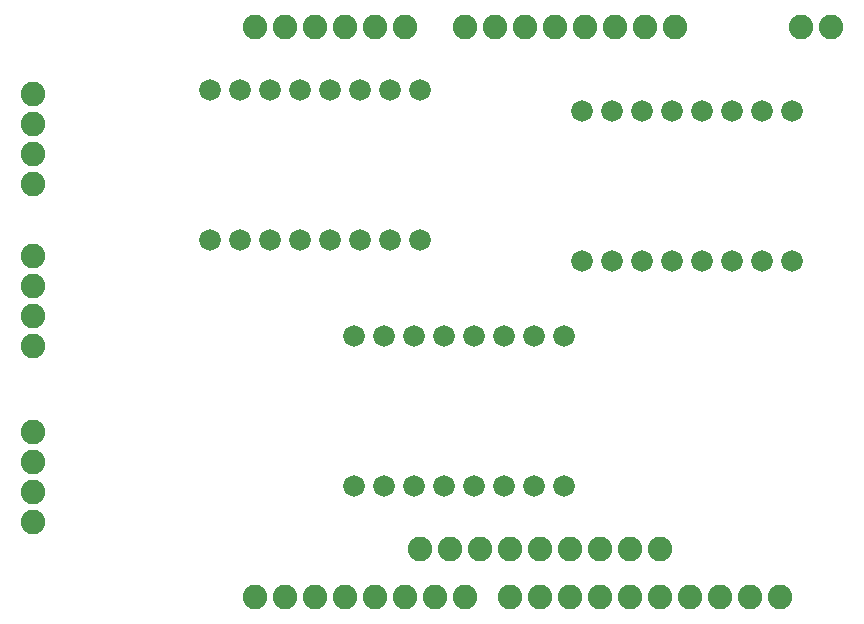
<source format=gts>
G75*
%MOIN*%
%OFA0B0*%
%FSLAX25Y25*%
%IPPOS*%
%LPD*%
%AMOC8*
5,1,8,0,0,1.08239X$1,22.5*
%
%ADD10C,0.08200*%
%ADD11C,0.07200*%
D10*
X0045000Y0059000D03*
X0045000Y0069000D03*
X0045000Y0079000D03*
X0045000Y0089000D03*
X0045000Y0117500D03*
X0045000Y0127500D03*
X0045000Y0137500D03*
X0045000Y0147500D03*
X0045000Y0171500D03*
X0045000Y0181500D03*
X0045000Y0191500D03*
X0045000Y0201500D03*
X0119000Y0224000D03*
X0129000Y0224000D03*
X0139000Y0224000D03*
X0149000Y0224000D03*
X0159000Y0224000D03*
X0169000Y0224000D03*
X0189000Y0224000D03*
X0199000Y0224000D03*
X0209000Y0224000D03*
X0219000Y0224000D03*
X0229000Y0224000D03*
X0239000Y0224000D03*
X0249000Y0224000D03*
X0259000Y0224000D03*
X0301000Y0224000D03*
X0311000Y0224000D03*
X0254000Y0050000D03*
X0244000Y0050000D03*
X0234000Y0050000D03*
X0224000Y0050000D03*
X0214000Y0050000D03*
X0204000Y0050000D03*
X0194000Y0050000D03*
X0184000Y0050000D03*
X0174000Y0050000D03*
X0169000Y0034000D03*
X0159000Y0034000D03*
X0149000Y0034000D03*
X0139000Y0034000D03*
X0129000Y0034000D03*
X0119000Y0034000D03*
X0179000Y0034000D03*
X0189000Y0034000D03*
X0204000Y0034000D03*
X0214000Y0034000D03*
X0224000Y0034000D03*
X0234000Y0034000D03*
X0244000Y0034000D03*
X0254000Y0034000D03*
X0264000Y0034000D03*
X0274000Y0034000D03*
X0284000Y0034000D03*
X0294000Y0034000D03*
D11*
X0222000Y0071000D03*
X0212000Y0071000D03*
X0202000Y0071000D03*
X0192000Y0071000D03*
X0182000Y0071000D03*
X0172000Y0071000D03*
X0162000Y0071000D03*
X0152000Y0071000D03*
X0152000Y0121000D03*
X0162000Y0121000D03*
X0172000Y0121000D03*
X0182000Y0121000D03*
X0192000Y0121000D03*
X0202000Y0121000D03*
X0212000Y0121000D03*
X0222000Y0121000D03*
X0228000Y0146000D03*
X0238000Y0146000D03*
X0248000Y0146000D03*
X0258000Y0146000D03*
X0268000Y0146000D03*
X0278000Y0146000D03*
X0288000Y0146000D03*
X0298000Y0146000D03*
X0298000Y0196000D03*
X0288000Y0196000D03*
X0278000Y0196000D03*
X0268000Y0196000D03*
X0258000Y0196000D03*
X0248000Y0196000D03*
X0238000Y0196000D03*
X0228000Y0196000D03*
X0174000Y0203000D03*
X0164000Y0203000D03*
X0154000Y0203000D03*
X0144000Y0203000D03*
X0134000Y0203000D03*
X0124000Y0203000D03*
X0114000Y0203000D03*
X0104000Y0203000D03*
X0104000Y0153000D03*
X0114000Y0153000D03*
X0124000Y0153000D03*
X0134000Y0153000D03*
X0144000Y0153000D03*
X0154000Y0153000D03*
X0164000Y0153000D03*
X0174000Y0153000D03*
M02*

</source>
